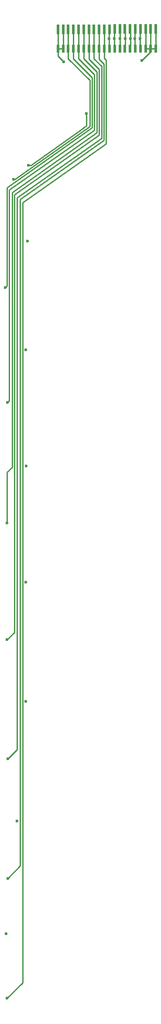
<source format=gbr>
%TF.GenerationSoftware,KiCad,Pcbnew,8.0.2*%
%TF.CreationDate,2025-02-02T12:39:54+01:00*%
%TF.ProjectId,FT25_AMS_VSENS,46543235-5f41-44d5-935f-5653454e532e,rev?*%
%TF.SameCoordinates,Original*%
%TF.FileFunction,Copper,L4,Bot*%
%TF.FilePolarity,Positive*%
%FSLAX46Y46*%
G04 Gerber Fmt 4.6, Leading zero omitted, Abs format (unit mm)*
G04 Created by KiCad (PCBNEW 8.0.2) date 2025-02-02 12:39:54*
%MOMM*%
%LPD*%
G01*
G04 APERTURE LIST*
%TA.AperFunction,SMDPad,CuDef*%
%ADD10R,0.600000X1.650000*%
%TD*%
%TA.AperFunction,SMDPad,CuDef*%
%ADD11R,0.600000X1.850000*%
%TD*%
%TA.AperFunction,ViaPad*%
%ADD12C,0.600000*%
%TD*%
%TA.AperFunction,Conductor*%
%ADD13C,0.250000*%
%TD*%
G04 APERTURE END LIST*
D10*
%TO.P,J19,1,1*%
%TO.N,GND*%
X226350000Y-45125000D03*
D11*
%TO.P,J19,2,2*%
X226350000Y-41325000D03*
D10*
%TO.P,J19,3,3*%
X225350000Y-45125000D03*
D11*
%TO.P,J19,4,4*%
X225350000Y-41325000D03*
D10*
%TO.P,J19,5,5*%
X224350000Y-45125000D03*
D11*
%TO.P,J19,6,6*%
X224350000Y-41325000D03*
D10*
%TO.P,J19,7,7*%
%TO.N,Net-(F1-Pad1)*%
X223350000Y-45125000D03*
D11*
%TO.P,J19,8,8*%
X223350000Y-41325000D03*
D10*
%TO.P,J19,9,9*%
%TO.N,Net-(F2-Pad1)*%
X222350000Y-45125000D03*
D11*
%TO.P,J19,10,10*%
X222350000Y-41325000D03*
D10*
%TO.P,J19,11,11*%
%TO.N,Net-(F3-Pad1)*%
X221350000Y-45125000D03*
D11*
%TO.P,J19,12,12*%
X221350000Y-41325000D03*
D10*
%TO.P,J19,13,13*%
%TO.N,Net-(F4-Pad1)*%
X220350000Y-45125000D03*
D11*
%TO.P,J19,14,14*%
X220350000Y-41325000D03*
D10*
%TO.P,J19,15,15*%
%TO.N,Net-(F5-Pad1)*%
X219350000Y-45125000D03*
D11*
%TO.P,J19,16,16*%
X219350000Y-41325000D03*
D10*
%TO.P,J19,17,17*%
%TO.N,Net-(F6-Pad1)*%
X218350000Y-45125000D03*
D11*
%TO.P,J19,18,18*%
X218350000Y-41325000D03*
D10*
%TO.P,J19,19,19*%
%TO.N,Net-(F7-Pad1)*%
X217350000Y-45125000D03*
D11*
%TO.P,J19,20,20*%
X217350000Y-41375000D03*
D10*
%TO.P,J19,21,21*%
%TO.N,Net-(F8-Pad1)*%
X216350000Y-45125000D03*
D11*
%TO.P,J19,22,22*%
X216350000Y-41375000D03*
D10*
%TO.P,J19,23,23*%
%TO.N,Net-(F9-Pad1)*%
X215350000Y-45125000D03*
D11*
%TO.P,J19,24,24*%
X215350000Y-41375000D03*
D10*
%TO.P,J19,25,25*%
%TO.N,Net-(F10-Pad1)*%
X214350000Y-45125000D03*
D11*
%TO.P,J19,26,26*%
X214350000Y-41375000D03*
D10*
%TO.P,J19,27,27*%
%TO.N,Net-(F11-Pad1)*%
X213350000Y-45125000D03*
D11*
%TO.P,J19,28,28*%
X213350000Y-41375000D03*
D10*
%TO.P,J19,29,29*%
%TO.N,Net-(F12-Pad1)*%
X212350000Y-45125000D03*
D11*
%TO.P,J19,30,30*%
X212350000Y-41375000D03*
D10*
%TO.P,J19,31,31*%
%TO.N,Net-(F13-Pad1)*%
X211350000Y-45125000D03*
D11*
%TO.P,J19,32,32*%
X211350000Y-41375000D03*
D10*
%TO.P,J19,33,33*%
%TO.N,Net-(F14-Pad1)*%
X210350000Y-45125000D03*
D11*
%TO.P,J19,34,34*%
X210350000Y-41375000D03*
D10*
%TO.P,J19,35,35*%
%TO.N,Net-(F15-Pad1)*%
X209350000Y-45125000D03*
D11*
%TO.P,J19,36,36*%
X209350000Y-41375000D03*
D10*
%TO.P,J19,37,37*%
%TO.N,VBUS*%
X208350000Y-45125000D03*
D11*
%TO.P,J19,38,38*%
X208350000Y-41375000D03*
D10*
%TO.P,J19,39,39*%
X207350000Y-45125000D03*
D11*
%TO.P,J19,40,40*%
X207350000Y-41375000D03*
%TD*%
D12*
%TO.N,VBUS*%
X201605503Y-67621559D03*
X212900000Y-57650000D03*
X208500000Y-47700000D03*
%TO.N,GND*%
X223600000Y-47400000D03*
%TO.N,Net-(F12-Pad1)*%
X197500000Y-136700000D03*
%TO.N,Net-(F13-Pad1)*%
X197550000Y-113450000D03*
%TO.N,Net-(F14-Pad1)*%
X197150000Y-91250000D03*
%TO.N,Net-(F15-Pad1)*%
X198718423Y-70342190D03*
%TO.N,Net-(F4-Pad1)*%
X201100000Y-148200000D03*
X220400000Y-43200000D03*
%TO.N,Net-(F5-Pad1)*%
X219400000Y-43200000D03*
X201100000Y-171200000D03*
%TO.N,Net-(F6-Pad1)*%
X218300000Y-43200000D03*
X199400000Y-194287500D03*
%TO.N,Net-(F7-Pad1)*%
X197300000Y-216100000D03*
X217300000Y-43200000D03*
%TO.N,Net-(F8-Pad1)*%
X197500000Y-228500000D03*
%TO.N,Net-(F9-Pad1)*%
X197600000Y-205400000D03*
%TO.N,Net-(F10-Pad1)*%
X197600000Y-182300000D03*
%TO.N,Net-(F11-Pad1)*%
X197500000Y-159300000D03*
%TO.N,Net-(F1-Pad1)*%
X201425000Y-82300000D03*
X223300000Y-43200000D03*
%TO.N,Net-(F2-Pad1)*%
X201100000Y-103300000D03*
X222300000Y-43200000D03*
%TO.N,Net-(F3-Pad1)*%
X221400000Y-43200000D03*
X201200000Y-125700000D03*
%TD*%
D13*
%TO.N,VBUS*%
X212900000Y-60017707D02*
X212900000Y-57650000D01*
X212486294Y-60309081D02*
X212900000Y-60017707D01*
X212163751Y-60536249D02*
X212486294Y-60309081D01*
X202103718Y-67621559D02*
X212163751Y-60536249D01*
X201605503Y-67621559D02*
X202103718Y-67621559D01*
X207350000Y-45125000D02*
X207350000Y-41375000D01*
X207350000Y-46550000D02*
X207350000Y-45125000D01*
X208500000Y-47700000D02*
X207350000Y-46550000D01*
X208350000Y-45125000D02*
X207350000Y-45125000D01*
X208350000Y-41375000D02*
X208350000Y-45125000D01*
%TO.N,GND*%
X226350000Y-45125000D02*
X226350000Y-41325000D01*
X224350000Y-45125000D02*
X224350000Y-41325000D01*
X223600000Y-47400000D02*
X225300000Y-45700000D01*
X225350000Y-45125000D02*
X225350000Y-41325000D01*
X225350000Y-45125000D02*
X224350000Y-45125000D01*
X225300000Y-45700000D02*
X225300000Y-45175000D01*
X225300000Y-45175000D02*
X225350000Y-45125000D01*
X225350000Y-45125000D02*
X226350000Y-45125000D01*
%TO.N,Net-(F12-Pad1)*%
X212350000Y-45125000D02*
X212350000Y-41375000D01*
X198450000Y-76950000D02*
X198450000Y-125950000D01*
X198450000Y-72900000D02*
X214850000Y-61350000D01*
X197500000Y-126900000D02*
X197500000Y-136700000D01*
X198450000Y-77159188D02*
X198450000Y-77300000D01*
X212350000Y-45125000D02*
X212350000Y-47050000D01*
X198450000Y-77300000D02*
X198450000Y-72900000D01*
X214875000Y-49575000D02*
X214875000Y-61325000D01*
X214875000Y-61325000D02*
X214850000Y-61350000D01*
X198450000Y-125950000D02*
X197500000Y-126900000D01*
X212350000Y-47050000D02*
X214875000Y-49575000D01*
%TO.N,Net-(F13-Pad1)*%
X197550000Y-113450000D02*
X197900000Y-113100000D01*
X214425000Y-60850000D02*
X214425000Y-50125000D01*
X211350000Y-47050000D02*
X211350000Y-45125000D01*
X197900000Y-72400000D02*
X214425000Y-60850000D01*
X197900000Y-113100000D02*
X197900000Y-72400000D01*
X214425000Y-50125000D02*
X211350000Y-47050000D01*
X211350000Y-45125000D02*
X211350000Y-41375000D01*
%TO.N,Net-(F14-Pad1)*%
X197450000Y-90950000D02*
X197450000Y-72000000D01*
X213975000Y-50687500D02*
X210350000Y-47062500D01*
X197150000Y-91250000D02*
X197450000Y-90950000D01*
X213975000Y-60361396D02*
X213975000Y-50687500D01*
X210350000Y-45125000D02*
X210350000Y-41375000D01*
X197450000Y-72000000D02*
X213975000Y-60361396D01*
X210350000Y-47062500D02*
X210350000Y-45125000D01*
%TO.N,Net-(F15-Pad1)*%
X209350000Y-45125000D02*
X209350000Y-41375000D01*
%TO.N,Net-(F4-Pad1)*%
X220400000Y-43200000D02*
X220400000Y-45075000D01*
X220400000Y-43200000D02*
X220400000Y-41375000D01*
X220400000Y-45075000D02*
X220350000Y-45125000D01*
X220400000Y-41375000D02*
X220350000Y-41325000D01*
%TO.N,Net-(F5-Pad1)*%
X219400000Y-41375000D02*
X219350000Y-41325000D01*
X219400000Y-43200000D02*
X219400000Y-41375000D01*
X219400000Y-43200000D02*
X219400000Y-45075000D01*
X219400000Y-45075000D02*
X219350000Y-45125000D01*
%TO.N,Net-(F6-Pad1)*%
X218300000Y-43200000D02*
X218300000Y-41375000D01*
X218300000Y-41375000D02*
X218350000Y-41325000D01*
X218300000Y-45075000D02*
X218350000Y-45125000D01*
X218300000Y-43200000D02*
X218300000Y-45075000D01*
%TO.N,Net-(F7-Pad1)*%
X217300000Y-41425000D02*
X217350000Y-41375000D01*
X217300000Y-43200000D02*
X217300000Y-45075000D01*
X217300000Y-45075000D02*
X217350000Y-45125000D01*
X217300000Y-43200000D02*
X217300000Y-41425000D01*
%TO.N,Net-(F8-Pad1)*%
X200475000Y-74825000D02*
X216650000Y-63500000D01*
X216650000Y-63500000D02*
X216700000Y-63450000D01*
X216350000Y-45125000D02*
X216350000Y-41375000D01*
X200475000Y-225525000D02*
X200475000Y-74825000D01*
X216700000Y-47325000D02*
X216350000Y-46975000D01*
X216700000Y-63450000D02*
X216700000Y-47325000D01*
X216350000Y-46975000D02*
X216350000Y-45125000D01*
X197500000Y-228500000D02*
X200475000Y-225525000D01*
%TO.N,Net-(F9-Pad1)*%
X197600000Y-205400000D02*
X200025000Y-202975000D01*
X200025000Y-74225000D02*
X200050000Y-74200000D01*
X215350000Y-45125000D02*
X215350000Y-41375000D01*
X200025000Y-202975000D02*
X200025000Y-74225000D01*
X216250000Y-48050000D02*
X215350000Y-47150000D01*
X216250000Y-62850000D02*
X216250000Y-48050000D01*
X200050000Y-74200000D02*
X216250000Y-62850000D01*
X215350000Y-47150000D02*
X215350000Y-45125000D01*
%TO.N,Net-(F10-Pad1)*%
X214350000Y-45125000D02*
X214350000Y-41375000D01*
X199400000Y-73950000D02*
X199400000Y-180500000D01*
X215800000Y-48500000D02*
X215800000Y-62475000D01*
X199400000Y-180500000D02*
X197600000Y-182300000D01*
X214350000Y-45125000D02*
X214350000Y-47050000D01*
X215775000Y-62500000D02*
X199400000Y-73950000D01*
X215800000Y-62475000D02*
X215775000Y-62500000D01*
X214350000Y-47050000D02*
X215800000Y-48500000D01*
%TO.N,Net-(F11-Pad1)*%
X213350000Y-47125000D02*
X213350000Y-45125000D01*
X215350000Y-61800000D02*
X215350000Y-49125000D01*
X215325000Y-61825000D02*
X215350000Y-61800000D01*
X213350000Y-45125000D02*
X213350000Y-41375000D01*
X198900000Y-157900000D02*
X198900000Y-73350000D01*
X198900000Y-73350000D02*
X215325000Y-61825000D01*
X197500000Y-159300000D02*
X198900000Y-157900000D01*
X215350000Y-49125000D02*
X213350000Y-47125000D01*
%TO.N,Net-(F1-Pad1)*%
X223300000Y-41375000D02*
X223350000Y-41325000D01*
X223300000Y-43200000D02*
X223300000Y-45075000D01*
X223300000Y-45075000D02*
X223350000Y-45125000D01*
X223300000Y-43200000D02*
X223300000Y-41375000D01*
%TO.N,Net-(F2-Pad1)*%
X222300000Y-41375000D02*
X222350000Y-41325000D01*
X222300000Y-43200000D02*
X222300000Y-45075000D01*
X222300000Y-45075000D02*
X222350000Y-45125000D01*
X222300000Y-43200000D02*
X222300000Y-41375000D01*
%TO.N,Net-(F3-Pad1)*%
X221400000Y-43200000D02*
X221400000Y-41375000D01*
X221400000Y-41375000D02*
X221350000Y-41325000D01*
X221400000Y-45075000D02*
X221350000Y-45125000D01*
X221400000Y-43200000D02*
X221400000Y-45075000D01*
%TO.N,Net-(F15-Pad1)*%
X213525000Y-51225000D02*
X209350000Y-47050000D01*
X212754195Y-60670805D02*
X213515109Y-60134891D01*
X199022339Y-70342190D02*
X212593020Y-60784321D01*
X213515109Y-60134891D02*
X213525000Y-60125000D01*
X209350000Y-47050000D02*
X209350000Y-45125000D01*
X198718423Y-70342190D02*
X199022339Y-70342190D01*
X212593020Y-60784321D02*
X212754195Y-60670805D01*
X213525000Y-60125000D02*
X213525000Y-51225000D01*
%TD*%
M02*

</source>
